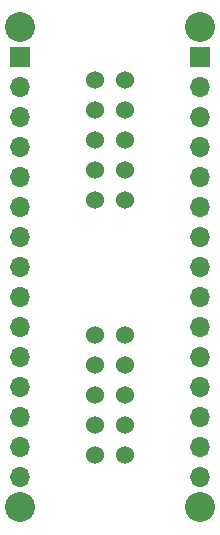
<source format=gbr>
G04 #@! TF.GenerationSoftware,KiCad,Pcbnew,(5.1.5)-3*
G04 #@! TF.CreationDate,2020-04-07T10:53:57-04:00*
G04 #@! TF.ProjectId,Nano_Adapter,4e616e6f-5f41-4646-9170-7465722e6b69,rev?*
G04 #@! TF.SameCoordinates,Original*
G04 #@! TF.FileFunction,Soldermask,Top*
G04 #@! TF.FilePolarity,Negative*
%FSLAX46Y46*%
G04 Gerber Fmt 4.6, Leading zero omitted, Abs format (unit mm)*
G04 Created by KiCad (PCBNEW (5.1.5)-3) date 2020-04-07 10:53:57*
%MOMM*%
%LPD*%
G04 APERTURE LIST*
%ADD10C,1.524000*%
%ADD11O,1.700000X1.700000*%
%ADD12R,1.700000X1.700000*%
%ADD13C,2.540000*%
G04 APERTURE END LIST*
D10*
X148336000Y-94742000D03*
X145796000Y-94742000D03*
X148336000Y-97282000D03*
X145796000Y-97282000D03*
X148336000Y-99822000D03*
X145796000Y-99822000D03*
X148336000Y-102362000D03*
X145796000Y-102362000D03*
X148336000Y-104902000D03*
X145796000Y-104902000D03*
D11*
X154686000Y-106807000D03*
X154686000Y-104267000D03*
X154686000Y-101727000D03*
X154686000Y-99187000D03*
X154686000Y-96647000D03*
X154686000Y-94107000D03*
X154686000Y-91567000D03*
X154686000Y-89027000D03*
X154686000Y-86487000D03*
X154686000Y-83947000D03*
X154686000Y-81407000D03*
X154686000Y-78867000D03*
X154686000Y-76327000D03*
X154686000Y-73787000D03*
D12*
X154686000Y-71247000D03*
D11*
X139446000Y-106807000D03*
X139446000Y-104267000D03*
X139446000Y-101727000D03*
X139446000Y-99187000D03*
X139446000Y-96647000D03*
X139446000Y-94107000D03*
X139446000Y-91567000D03*
X139446000Y-89027000D03*
X139446000Y-86487000D03*
X139446000Y-83947000D03*
X139446000Y-81407000D03*
X139446000Y-78867000D03*
X139446000Y-76327000D03*
X139446000Y-73787000D03*
D12*
X139446000Y-71247000D03*
D10*
X148336000Y-73152000D03*
X145796000Y-73152000D03*
X148336000Y-75692000D03*
X145796000Y-75692000D03*
X148336000Y-78232000D03*
X145796000Y-78232000D03*
X148336000Y-80772000D03*
X145796000Y-80772000D03*
X148336000Y-83312000D03*
X145796000Y-83312000D03*
D13*
X139446000Y-68707000D03*
X139446000Y-109347000D03*
X154686000Y-109347000D03*
X154686000Y-68707000D03*
M02*

</source>
